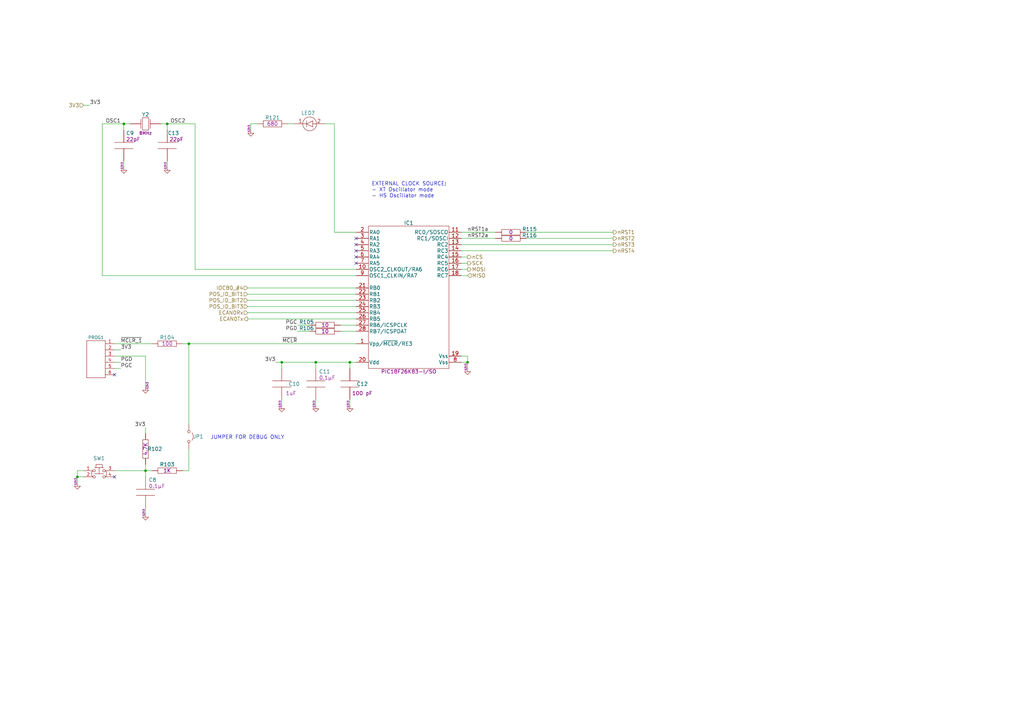
<source format=kicad_sch>
(kicad_sch (version 20230409) (generator eeschema)
  (paper "A3")
  (title_block (title "EOL ECU POWER CARD") (date "2023-04-03") (rev "0B") (company "ARXTRON TECHNOLOGIES") (comment 1 "A0180-V0") (comment 2 "PRJ22180") (comment 3 "EOL ECU RCM8 RCM9") (comment 4 "ANTON TOKARSKYI"))
  (lib_symbols
    (symbol "Capacitor_AVX:06035C104KAZ2A" (pin_numbers hide) (pin_names (offset 1.016))
      (property "Reference" "C" (at -5.08 1.27 90))
      (property "Nominal" "0.1µF" (at -2.54 1.27 90))
      (symbol "06035C104KAZ2A_0_1"
        (polyline (pts (xy -1.27 3.81) (xy -1.27 -3.81)))
        (polyline (pts (xy 1.27 3.81) (xy 1.27 -3.81)))
      )
      (symbol "06035C104KAZ2A_1_1"
        (pin passive line (at -6.35 0 0) (length 5.08) (name "~") (number "1"))
        (pin passive line (at 6.35 0 180) (length 5.08) (name "~") (number "2"))
      )
    )
    (symbol "Capacitor_AVX:08055A220JAT2A" (pin_numbers hide) (pin_names (offset 1.016))
      (property "Reference" "C" (at 0 5.08 0))
      (property "Nominal" "22pF" (at 0 -6.35 0))
      (symbol "08055A220JAT2A_0_1"
        (polyline (pts (xy -1.27 3.81) (xy -1.27 -3.81)))
        (polyline (pts (xy 1.27 3.81) (xy 1.27 -3.81)))
      )
      (symbol "08055A220JAT2A_1_1"
        (pin passive line (at -6.35 0 0) (length 5.08) (name "~") (number "1"))
        (pin passive line (at 6.35 0 180) (length 5.08) (name "~") (number "2"))
      )
    )
    (symbol "Capacitor_AVX:08055C105KAT2A" (pin_numbers hide) (pin_names (offset 1.016))
      (property "Reference" "C" (at 0 5.08 0))
      (property "Nominal" "1uF" (at 0 -6.35 0))
      (symbol "08055C105KAT2A_0_1"
        (polyline (pts (xy -1.27 3.81) (xy -1.27 -3.81)))
        (polyline (pts (xy 1.27 3.81) (xy 1.27 -3.81)))
      )
      (symbol "08055C105KAT2A_1_1"
        (pin passive line (at -6.35 0 0) (length 5.08) (name "~") (number "1"))
        (pin passive line (at 6.35 0 180) (length 5.08) (name "~") (number "2"))
      )
    )
    (symbol "Capacitor_KEMET:C0805C101K5RACTU" (pin_numbers hide) (pin_names (offset 1.016))
      (property "Reference" "C" (at 0 5.08 0))
      (property "Nominal" "100 pF" (at 0 -6.35 0))
      (symbol "C0805C101K5RACTU_0_1"
        (polyline (pts (xy -1.27 3.81) (xy -1.27 -3.81)))
        (polyline (pts (xy 1.27 3.81) (xy 1.27 -3.81)))
      )
      (symbol "C0805C101K5RACTU_1_1"
        (pin passive line (at -6.35 0 0) (length 5.08) (name "~") (number "1"))
        (pin passive line (at 6.35 0 180) (length 5.08) (name "~") (number "2"))
      )
    )
    (symbol "Connector_Samtec:SSW-106-02-G-S" (pin_names (offset 1.016) hide)
      (property "Reference" "P" (at 1.27 7.62 0))
      (property "ManufacturerPartNumber" "SSW-106-02-G-S" (at 3.81 -10.16 0))
      (symbol "SSW-106-02-G-S_1_1"
        (rectangle (start 0 6.35) (end 7.62 -8.89))
        (pin passive line (at -3.81 5.08 0) (length 3.81) (name "Pin_1") (number "1"))
        (pin passive line (at -3.81 2.54 0) (length 3.81) (name "Pin_2") (number "2"))
        (pin passive line (at -3.81 0 0) (length 3.81) (name "Pin_3") (number "3"))
        (pin passive line (at -3.81 -2.54 0) (length 3.81) (name "Pin_4") (number "4"))
        (pin passive line (at -3.81 -5.08 0) (length 3.81) (name "Pin_5") (number "5"))
        (pin passive line (at -3.81 -7.62 0) (length 3.81) (name "Pin_6") (number "6"))
      )
    )
    (symbol "Connector_Wurth:61300211121" (pin_numbers hide) (pin_names (offset 1.016) hide)
      (property "Reference" "JP" (at 0 3.175 0))
      (symbol "61300211121_1_0"
        (circle (center -2.032 0) (radius 0.508))
        (circle (center 2.032 0) (radius 0.508))
      )
      (symbol "61300211121_1_1"
        (arc (start 1.524 1.27) (mid 0 1.778) (end -1.524 1.27))
        (pin passive line (at -5.08 0 0) (length 2.54) (name "A") (number "1"))
        (pin passive line (at 5.08 0 180) (length 2.54) (name "B") (number "2"))
      )
    )
    (symbol "Dialight:597-3308-202F" (pin_names (offset 1.016) hide)
      (property "Reference" "DS" (at 0 4.445 0))
      (symbol "597-3308-202F_0_1"
        (polyline (pts (xy 1.27 1.27) (xy 1.27 -1.27)))
        (polyline (pts (xy -1.27 1.27) (xy -1.27 -1.27) (xy 1.27 0) (xy -1.27 1.27)))
        (circle (center 0 0) (radius 2.8448))
      )
      (symbol "597-3308-202F_1_1"
        (pin passive line (at 6.35 0 180) (length 5.08) (name "+") (number "1"))
        (pin passive line (at -6.35 0 0) (length 5.08) (name "-") (number "2"))
      )
    )
    (symbol "E-Switch:TL3305AF260QG" (pin_names (offset 1.016) hide)
      (property "Reference" "SW" (at 0 5.08 0))
      (property "ManufacturerPartNumber" "TL3305AF260QG" (at 0 -3.81 0))
      (symbol "TL3305AF260QG_0_1"
        (polyline (pts (xy 0 2.54) (xy 0 0)))
        (polyline (pts (xy -1.27 2.54) (xy -1.27 3.81) (xy 1.27 3.81) (xy 1.27 2.54)))
      )
      (symbol "TL3305AF260QG_1_1"
        (circle (center -2.032 -1.27) (radius 0.508))
        (circle (center -2.032 1.27) (radius 0.508))
        (polyline (pts (xy 1.905 0) (xy -1.905 0)))
        (polyline (pts (xy 1.905 2.54) (xy -1.905 2.54)))
        (polyline (pts (xy -2.54 1.27) (xy -3.048 0.762) (xy -3.048 -0.762) (xy -2.54 -1.27)))
        (polyline (pts (xy 2.54 1.27) (xy 3.048 0.762) (xy 3.048 -0.762) (xy 2.54 -1.27)))
        (circle (center 2.032 -1.27) (radius 0.508))
        (circle (center 2.032 1.27) (radius 0.508))
        (pin passive line (at -6.35 1.27 0) (length 3.81) (name "1") (number "1"))
        (pin passive line (at -6.35 -1.27 0) (length 3.81) (name "2") (number "2"))
        (pin passive line (at 6.35 1.27 180) (length 3.81) (name "3") (number "3"))
        (pin passive line (at 6.35 -1.27 180) (length 3.81) (name "4") (number "4"))
      )
    )
    (symbol "ESC_Inc:ECS-80-20-5PX-TR" (pin_numbers hide) (pin_names (offset 1.016))
      (property "Reference" "Y" (at 0 4.445 0))
      (property "Frequency" "8MHz" (at 0 -4.445 0))
      (symbol "ECS-80-20-5PX-TR_0_1"
        (rectangle (start -1.27 2.54) (end 1.27 -2.54))
        (polyline (pts (xy -1.905 1.905) (xy -1.905 -1.905)))
        (polyline (pts (xy 1.905 1.905) (xy 1.905 -1.905)))
      )
      (symbol "ECS-80-20-5PX-TR_1_1"
        (pin passive line (at -6.35 0 0) (length 4.445) (name "~") (number "1"))
        (pin passive line (at 6.35 0 180) (length 4.445) (name "~") (number "2"))
      )
    )
    (symbol "Microchip:PIC18F26K83-I_SO" (pin_names (offset 0.254))
      (property "Reference" "IC" (at 0 33.02 0))
      (property "ManufacturerPartNumber" "PIC18F26K83-I/SO" (at 0 -30.48 0))
      (symbol "PIC18F26K83-I_SO_0_1"
        (rectangle (start -16.51 30.48) (end 16.51 -27.94))
      )
      (symbol "PIC18F26K83-I_SO_1_1"
        (pin input line (at -21.59 -17.78 0) (length 5.08) (name "Vpp/~{MCLR}/RE3") (number "1"))
        (pin bidirectional line (at -21.59 12.7 0) (length 5.08) (name "OSC2_CLKOUT/RA6") (number "10"))
        (pin bidirectional line (at 21.59 27.94 180) (length 5.08) (name "RC0/SOSCO") (number "11"))
        (pin bidirectional line (at 21.59 25.4 180) (length 5.08) (name "RC1/SOSCI") (number "12"))
        (pin bidirectional line (at 21.59 22.86 180) (length 5.08) (name "RC2") (number "13"))
        (pin bidirectional line (at 21.59 20.32 180) (length 5.08) (name "RC3") (number "14"))
        (pin bidirectional line (at 21.59 17.78 180) (length 5.08) (name "RC4") (number "15"))
        (pin bidirectional line (at 21.59 15.24 180) (length 5.08) (name "RC5") (number "16"))
        (pin bidirectional line (at 21.59 12.7 180) (length 5.08) (name "RC6") (number "17"))
        (pin bidirectional line (at 21.59 10.16 180) (length 5.08) (name "RC7") (number "18"))
        (pin passive line (at 21.59 -22.86 180) (length 5.08) (name "Vss") (number "19"))
        (pin bidirectional line (at -21.59 27.94 0) (length 5.08) (name "RA0") (number "2"))
        (pin passive line (at -21.59 -25.4 0) (length 5.08) (name "Vdd") (number "20"))
        (pin bidirectional line (at -21.59 5.08 0) (length 5.08) (name "RB0") (number "21"))
        (pin bidirectional line (at -21.59 2.54 0) (length 5.08) (name "RB1") (number "22"))
        (pin bidirectional line (at -21.59 0 0) (length 5.08) (name "RB2") (number "23"))
        (pin bidirectional line (at -21.59 -2.54 0) (length 5.08) (name "RB3") (number "24"))
        (pin bidirectional line (at -21.59 -5.08 0) (length 5.08) (name "RB4") (number "25"))
        (pin bidirectional line (at -21.59 -7.62 0) (length 5.08) (name "RB5") (number "26"))
        (pin bidirectional line (at -21.59 -10.16 0) (length 5.08) (name "RB6/ICSPCLK") (number "27"))
        (pin bidirectional line (at -21.59 -12.7 0) (length 5.08) (name "RB7/ICSPDAT") (number "28"))
        (pin bidirectional line (at -21.59 25.4 0) (length 5.08) (name "RA1") (number "3"))
        (pin bidirectional line (at -21.59 22.86 0) (length 5.08) (name "RA2") (number "4"))
        (pin bidirectional line (at -21.59 20.32 0) (length 5.08) (name "RA3") (number "5"))
        (pin bidirectional line (at -21.59 17.78 0) (length 5.08) (name "RA4") (number "6"))
        (pin bidirectional line (at -21.59 15.24 0) (length 5.08) (name "RA5") (number "7"))
        (pin passive line (at 21.59 -25.4 180) (length 5.08) (name "Vss") (number "8"))
        (pin bidirectional line (at -21.59 10.16 0) (length 5.08) (name "OSC1_CLKIN/RA7") (number "9"))
      )
    )
    (symbol "Resistor_Stackpole:RMCF0805JT680R" (pin_numbers hide) (pin_names (offset 1.016))
      (property "Reference" "R" (at 0 2.54 0))
      (property "Nominal" "680" (at 0 0 0))
      (symbol "RMCF0805JT680R_0_1"
        (polyline (pts (xy -3.81 1.27) (xy 3.81 1.27) (xy 3.81 -1.27) (xy -3.81 -1.27) (xy -3.81 1.27)))
      )
      (symbol "RMCF0805JT680R_1_1"
        (pin passive line (at -6.35 0 0) (length 2.54) (name "~") (number "1"))
        (pin passive line (at 6.35 0 180) (length 2.54) (name "~") (number "2"))
      )
    )
    (symbol "Resistor_Yageo:RC0603FR-071KL" (pin_numbers hide) (pin_names (offset 1.016))
      (property "Reference" "R" (at 0 2.54 0))
      (property "Nominal" "1K" (at 0 0 0))
      (symbol "RC0603FR-071KL_1_1"
        (polyline (pts (xy -3.81 1.143) (xy 3.81 1.143) (xy 3.81 -1.143) (xy -3.81 -1.143) (xy -3.81 1.143)))
        (pin passive line (at -6.35 0 0) (length 2.54) (name "~") (number "1"))
        (pin passive line (at 6.35 0 180) (length 2.54) (name "~") (number "2"))
      )
    )
    (symbol "Resistor_Yageo:RC0603FR-074K7L" (pin_numbers hide) (pin_names (offset 1.016))
      (property "Reference" "R" (at 0 2.54 0))
      (property "Nominal" "4.7K" (at 0 0 0))
      (symbol "RC0603FR-074K7L_1_1"
        (polyline (pts (xy -3.81 1.143) (xy 3.81 1.143) (xy 3.81 -1.143) (xy -3.81 -1.143) (xy -3.81 1.143)))
        (pin passive line (at -6.35 0 0) (length 2.54) (name "~") (number "1"))
        (pin passive line (at 6.35 0 180) (length 2.54) (name "~") (number "2"))
      )
    )
    (symbol "Resistor_Yageo:RC0603JR-070RL" (pin_numbers hide) (pin_names (offset 1.016))
      (property "Reference" "R" (at 0 2.54 0))
      (property "Nominal" "0" (at 0 0 0))
      (symbol "RC0603JR-070RL_1_1"
        (polyline (pts (xy -3.81 1.143) (xy 3.81 1.143) (xy 3.81 -1.143) (xy -3.81 -1.143) (xy -3.81 1.143)))
        (pin passive line (at -6.35 0 0) (length 2.54) (name "~") (number "1"))
        (pin passive line (at 6.35 0 180) (length 2.54) (name "~") (number "2"))
      )
    )
    (symbol "Resistor_Yageo:RC0805FR-07100RL" (pin_numbers hide) (pin_names (offset 1.016))
      (property "Reference" "R" (at 0 2.54 0))
      (property "Nominal" "100" (at 0 0 0))
      (symbol "RC0805FR-07100RL_1_1"
        (polyline (pts (xy -3.81 1.143) (xy 3.81 1.143) (xy 3.81 -1.143) (xy -3.81 -1.143) (xy -3.81 1.143)))
        (pin passive line (at -6.35 0 0) (length 2.54) (name "~") (number "1"))
        (pin passive line (at 6.35 0 180) (length 2.54) (name "~") (number "2"))
      )
    )
    (symbol "Resistor_Yageo:RC0805FR-0710RL" (pin_numbers hide) (pin_names (offset 1.016))
      (property "Reference" "R" (at 0 2.54 0))
      (property "Nominal" "10" (at 0 0 0))
      (symbol "RC0805FR-0710RL_1_1"
        (polyline (pts (xy -3.81 1.143) (xy 3.81 1.143) (xy 3.81 -1.143) (xy -3.81 -1.143) (xy -3.81 1.143)))
        (pin passive line (at -6.35 0 0) (length 2.54) (name "~") (number "1"))
        (pin passive line (at 6.35 0 180) (length 2.54) (name "~") (number "2"))
      )
    )
    (symbol "_power_symbol:GND_3V3" (power) (pin_names (offset 0))
      (property "ShortName" "G3V3" (at -0.762 0.635 90))
      (symbol "GND_3V3_0_1"
        (polyline (pts (xy 0 0) (xy 0 -1.27) (xy 1.27 -1.27) (xy 0 -2.54) (xy -1.27 -1.27) (xy 0 -1.27)))
      )
      (symbol "GND_3V3_1_1"
        (pin power_in line (at 0 0 270) (length 0) hide (name "GNDD") (number "1"))
      )
    )
  )
  (junction (at 143.51 148.59))
  (junction (at 129.54 148.59))
  (junction (at 115.57 148.59))
  (junction (at 191.77 148.59))
  (junction (at 31.75 195.58))
  (junction (at 50.8 50.8))
  (junction (at 68.58 50.8))
  (junction (at 77.47 140.97))
  (junction (at 59.69 193.04))
  (no_connect (at 146.05 97.79))
  (no_connect (at 146.05 100.33))
  (no_connect (at 146.05 105.41))
  (no_connect (at 146.05 102.87))
  (no_connect (at 46.99 195.58))
  (no_connect (at 46.99 153.67))
  (no_connect (at 146.05 107.95))
  (wire (pts (xy 139.7 133.35) (xy 146.05 133.35)))
  (wire (pts (xy 59.69 190.5) (xy 59.69 193.04)))
  (wire (pts (xy 215.9 95.25) (xy 251.46 95.25)))
  (wire (pts (xy 189.23 95.25) (xy 203.2 95.25)))
  (wire (pts (xy 49.53 148.59) (xy 46.99 148.59)))
  (wire (pts (xy 46.99 193.04) (xy 59.69 193.04)))
  (wire (pts (xy 191.77 105.41) (xy 189.23 105.41)))
  (wire (pts (xy 146.05 120.65) (xy 101.6 120.65)))
  (wire (pts (xy 137.16 50.8) (xy 137.16 95.25)))
  (wire (pts (xy 115.57 166.37) (xy 115.57 163.83)))
  (wire (pts (xy 77.47 193.04) (xy 77.47 184.15)))
  (wire (pts (xy 50.8 50.8) (xy 53.34 50.8)))
  (wire (pts (xy 189.23 107.95) (xy 191.77 107.95)))
  (wire (pts (xy 68.58 53.34) (xy 68.58 50.8)))
  (wire (pts (xy 143.51 151.13) (xy 143.51 148.59)))
  (wire (pts (xy 34.29 195.58) (xy 31.75 195.58)))
  (wire (pts (xy 129.54 148.59) (xy 143.51 148.59)))
  (wire (pts (xy 191.77 148.59) (xy 189.23 148.59)))
  (wire (pts (xy 50.8 53.34) (xy 50.8 50.8)))
  (wire (pts (xy 133.35 50.8) (xy 137.16 50.8)))
  (wire (pts (xy 80.01 50.8) (xy 80.01 110.49)))
  (wire (pts (xy 101.6 128.27) (xy 146.05 128.27)))
  (wire (pts (xy 66.04 50.8) (xy 68.58 50.8)))
  (wire (pts (xy 31.75 195.58) (xy 31.75 193.04)))
  (wire (pts (xy 36.83 43.18) (xy 34.29 43.18)))
  (wire (pts (xy 101.6 130.81) (xy 146.05 130.81)))
  (wire (pts (xy 115.57 148.59) (xy 129.54 148.59)))
  (wire (pts (xy 68.58 50.8) (xy 80.01 50.8)))
  (wire (pts (xy 46.99 140.97) (xy 62.23 140.97)))
  (wire (pts (xy 189.23 146.05) (xy 191.77 146.05)))
  (wire (pts (xy 105.41 50.8) (xy 102.87 50.8)))
  (wire (pts (xy 41.91 50.8) (xy 50.8 50.8)))
  (wire (pts (xy 31.75 193.04) (xy 34.29 193.04)))
  (wire (pts (xy 41.91 50.8) (xy 41.91 113.03)))
  (wire (pts (xy 143.51 166.37) (xy 143.51 163.83)))
  (wire (pts (xy 31.75 198.12) (xy 31.75 195.58)))
  (wire (pts (xy 127 133.35) (xy 121.92 133.35)))
  (wire (pts (xy 215.9 97.79) (xy 251.46 97.79)))
  (wire (pts (xy 74.93 140.97) (xy 77.47 140.97)))
  (wire (pts (xy 59.69 146.05) (xy 59.69 158.75)))
  (wire (pts (xy 146.05 125.73) (xy 101.6 125.73)))
  (wire (pts (xy 191.77 148.59) (xy 191.77 151.13)))
  (wire (pts (xy 129.54 151.13) (xy 129.54 148.59)))
  (wire (pts (xy 189.23 102.87) (xy 251.46 102.87)))
  (wire (pts (xy 115.57 148.59) (xy 115.57 151.13)))
  (wire (pts (xy 59.69 208.28) (xy 59.69 210.82)))
  (wire (pts (xy 191.77 146.05) (xy 191.77 148.59)))
  (wire (pts (xy 121.92 135.89) (xy 127 135.89)))
  (wire (pts (xy 146.05 95.25) (xy 137.16 95.25)))
  (wire (pts (xy 189.23 113.03) (xy 191.77 113.03)))
  (wire (pts (xy 113.03 148.59) (xy 115.57 148.59)))
  (wire (pts (xy 191.77 110.49) (xy 189.23 110.49)))
  (wire (pts (xy 146.05 123.19) (xy 101.6 123.19)))
  (wire (pts (xy 41.91 113.03) (xy 146.05 113.03)))
  (wire (pts (xy 74.93 193.04) (xy 77.47 193.04)))
  (wire (pts (xy 50.8 66.04) (xy 50.8 68.58)))
  (wire (pts (xy 139.7 135.89) (xy 146.05 135.89)))
  (wire (pts (xy 120.65 50.8) (xy 118.11 50.8)))
  (wire (pts (xy 102.87 53.34) (xy 102.87 50.8)))
  (wire (pts (xy 59.69 175.26) (xy 59.69 177.8)))
  (wire (pts (xy 189.23 97.79) (xy 203.2 97.79)))
  (wire (pts (xy 59.69 193.04) (xy 62.23 193.04)))
  (wire (pts (xy 77.47 140.97) (xy 146.05 140.97)))
  (wire (pts (xy 46.99 151.13) (xy 49.53 151.13)))
  (wire (pts (xy 146.05 148.59) (xy 143.51 148.59)))
  (wire (pts (xy 59.69 193.04) (xy 59.69 195.58)))
  (wire (pts (xy 49.53 143.51) (xy 46.99 143.51)))
  (wire (pts (xy 101.6 118.11) (xy 146.05 118.11)))
  (wire (pts (xy 77.47 173.99) (xy 77.47 140.97)))
  (wire (pts (xy 80.01 110.49) (xy 146.05 110.49)))
  (wire (pts (xy 59.69 146.05) (xy 46.99 146.05)))
  (wire (pts (xy 68.58 66.04) (xy 68.58 68.58)))
  (wire (pts (xy 189.23 100.33) (xy 251.46 100.33)))
  (wire (pts (xy 129.54 163.83) (xy 129.54 166.37)))
  (text "EXTERNAL CLOCK SOURCE:\n- XT Oscillator mode\n- HS Oscillator mode" (at 152.4 81.28 0) (effects (font (size 1.524 1.524)) (justify left bottom)))
  (text "JUMPER FOR DEBUG ONLY" (at 86.36 180.34 0) (effects (font (size 1.524 1.524)) (justify left bottom)))
  (text "TODO:\n\nPROG_CONNECTOR, 6 PIN, LOCATION, CABLING, EXPOSED VS NOT EXPOSED\nRESET BUTTON\nSOCKET FOR PIC\n\nRJ-12 CONNECTOR FOR ICD2, ICD3 FROM MICROCHIP\n\n\nto protect signal lines (rx232rxd, rs232txd, cpu_reset, can_h, can_l, ...) PESD5V0L2BT,215 TVS DIODE 5V 28V SOT23\n\nPOSITION ID BASED ON SLOT (WIRING WOULD BE DONE ON BACK PLANE AS WELL)\n\nadd series resistor for quartz pin goes to OSC2/CLKOUT, value?\n\n" (at 5.08 -10.16 0) (effects (font (size 3.048 3.048)) (justify left bottom)))
  (label "nRST2a" (at 191.77 97.79 0) (effects (font (size 1.524 1.524))))
  (label "3V3" (at 113.03 148.59 180) (effects (font (size 1.524 1.524))))
  (label "3V3" (at 49.53 143.51 0) (effects (font (size 1.524 1.524))))
  (label "~{MCLR_1}" (at 49.53 140.97 0) (effects (font (size 1.524 1.524))))
  (label "3V3" (at 59.69 175.26 180) (effects (font (size 1.524 1.524))))
  (label "3V3" (at 36.83 43.18 0) (effects (font (size 1.524 1.524))))
  (label "OSC2" (at 69.85 50.8 0) (effects (font (size 1.524 1.524))))
  (label "~{MCLR}" (at 121.92 140.97 180) (effects (font (size 1.524 1.524))))
  (label "PGD" (at 121.92 135.89 180) (effects (font (size 1.524 1.524))))
  (label "PGD" (at 49.53 148.59 0) (effects (font (size 1.524 1.524))))
  (label "PGC" (at 121.92 133.35 180) (effects (font (size 1.524 1.524))))
  (label "PGC" (at 49.53 151.13 0) (effects (font (size 1.524 1.524))))
  (label "OSC1" (at 49.53 50.8 180) (effects (font (size 1.524 1.524))))
  (label "nRST1a" (at 191.77 95.25 0) (effects (font (size 1.524 1.524))))
  (hierarchical_label "nCS" (shape output) (at 191.77 105.41 0) (effects (font (size 1.524 1.524))))
  (hierarchical_label "ECAN0Rx" (shape input) (at 101.6 128.27 180) (effects (font (size 1.524 1.524))))
  (hierarchical_label "MISO" (shape input) (at 191.77 113.03 0) (effects (font (size 1.524 1.524))))
  (hierarchical_label "POS_ID_BIT1" (shape input) (at 101.6 120.65 180) (effects (font (size 1.524 1.524))))
  (hierarchical_label "POS_ID_BIT2" (shape input) (at 101.6 123.19 180) (effects (font (size 1.524 1.524))))
  (hierarchical_label "MOSI" (shape output) (at 191.77 110.49 0) (effects (font (size 1.524 1.524))))
  (hierarchical_label "nRST1" (shape output) (at 251.46 95.25 0) (effects (font (size 1.524 1.524))))
  (hierarchical_label "nRST3" (shape output) (at 251.46 100.33 0) (effects (font (size 1.524 1.524))))
  (hierarchical_label "POS_ID_BIT3" (shape input) (at 101.6 125.73 180) (effects (font (size 1.524 1.524))))
  (hierarchical_label "nRST2" (shape output) (at 251.46 97.79 0) (effects (font (size 1.524 1.524))))
  (hierarchical_label "IOCB0_#4" (shape input) (at 101.6 118.11 180) (effects (font (size 1.524 1.524))))
  (hierarchical_label "ECAN0Tx" (shape output) (at 101.6 130.81 180) (effects (font (size 1.524 1.524))))
  (hierarchical_label "3V3" (shape input) (at 34.29 43.18 180) (effects (font (size 1.524 1.524))))
  (hierarchical_label "SCK" (shape output) (at 191.77 107.95 0) (effects (font (size 1.524 1.524))))
  (hierarchical_label "nRST4" (shape output) (at 251.46 102.87 0) (effects (font (size 1.524 1.524))))
  (symbol (lib_id "Resistor_Yageo:RC0805FR-0710RL") (at 133.35 133.35 0) (unit 1)
    (property "Reference" "R105" (at 125.73 132.08 0) (effects (font (size 1.524 1.524))))
    (property "Value" "RC0805FR-0710RL" (effects hide))
    (property "Footprint" "Resistor_Yageo_RC:RESC2012X65N" (effects hide))
    (property "Manufacturer" "Yageo" (effects hide))
    (property "Tolerance" "1%" (effects hide))
    (property "Nominal" "10" (at 133.35 133.35 0) (effects (font (size 1.524 1.524))))
    (property "Power" "1/8W" (effects hide))
    (property "Supplier" "Digi-Key" (effects hide))
    (property "ManufacturerPartNumber" "RC0805FR-0710RL" (effects hide))
    (property "SupplierDevicePackage" "R0805" (effects hide))
    (property "SupllierPartNumber" "311-10.0CRCT-ND" (effects hide))
    (property "Description" "RES SMD 10 OHM 1% 1/8W 0805" (effects hide))
    (property "SupplierPartNumber" "311-10.0CRCT-ND" (effects hide))
  )
  (symbol (lib_id "Resistor_Yageo:RC0805FR-0710RL") (at 133.35 135.89 0) (unit 1)
    (property "Reference" "R106" (at 125.73 134.62 0) (effects (font (size 1.524 1.524))))
    (property "Value" "RC0805FR-0710RL" (effects hide))
    (property "Footprint" "Resistor_Yageo_RC:RESC2012X65N" (effects hide))
    (property "Manufacturer" "Yageo" (effects hide))
    (property "Tolerance" "1%" (effects hide))
    (property "Nominal" "10" (at 133.35 135.89 0) (effects (font (size 1.524 1.524))))
    (property "Power" "1/8W" (effects hide))
    (property "Supplier" "Digi-Key" (effects hide))
    (property "ManufacturerPartNumber" "RC0805FR-0710RL" (effects hide))
    (property "SupplierDevicePackage" "R0805" (effects hide))
    (property "SupllierPartNumber" "311-10.0CRCT-ND" (effects hide))
    (property "Description" "RES SMD 10 OHM 1% 1/8W 0805" (effects hide))
    (property "SupplierPartNumber" "311-10.0CRCT-ND" (effects hide))
  )
  (symbol (lib_id "_power_symbol:GND_3V3") (at 191.77 151.13 0) (unit 1)
    (property "Reference" "#PWR029" (effects hide))
    (property "Value" "GNDD" (effects hide))
    (property "ShortName" "G3V3" (at 191.008 150.495 90) (effects (font (size 0.762 0.762))))
  )
  (symbol (lib_id "_power_symbol:GND_3V3") (at 59.69 158.75 0) (mirror y) (unit 1)
    (property "Reference" "#PWR024" (effects hide))
    (property "Value" "GNDD" (effects hide))
    (property "ShortName" "G3V3" (at 60.452 158.115 90) (effects (font (size 0.762 0.762))))
  )
  (symbol (lib_id "ESC_Inc:ECS-80-20-5PX-TR") (at 59.69 50.8 0) (unit 1)
    (property "Reference" "Y2" (at 59.69 46.99 0) (effects (font (size 1.524 1.524))))
    (property "Value" "ECS-80-20-5PX-TR" (effects hide))
    (property "Footprint" "_ECS:XTAL1140X470X430" (effects hide))
    (property "Manufacturer" "ECS Inc." (effects hide))
    (property "Tolerance" "±50ppm" (effects hide))
    (property "Supplier" "Digi-Key" (effects hide))
    (property "ManufacturerPartNumber" "ECS-80-20-5PX-TR" (effects hide))
    (property "SupplierDevicePackage" "HC-49/US" (effects hide))
    (property "SupllierPartNumber" "XC2076CT-ND" (effects hide))
    (property "Description" "CRYSTAL 8.0000MHZ 20PF SMD" (effects hide))
    (property "Frequency" "8MHz" (at 59.69 54.61 0))
    (property "SupplierPartNumber" "XC2076CT-ND" (effects hide))
  )
  (symbol (lib_id "_power_symbol:GND_3V3") (at 50.8 68.58 0) (unit 1)
    (property "Reference" "#PWR035" (effects hide))
    (property "Value" "GNDD" (effects hide))
    (property "ShortName" "G3V3" (at 50.038 67.945 90) (effects (font (size 0.762 0.762))))
  )
  (symbol (lib_id "_power_symbol:GND_3V3") (at 68.58 68.58 0) (unit 1)
    (property "Reference" "#PWR036" (effects hide))
    (property "Value" "GNDD" (effects hide))
    (property "ShortName" "G3V3" (at 67.818 67.945 90) (effects (font (size 0.762 0.762))))
  )
  (symbol (lib_id "E-Switch:TL3305AF260QG") (at 40.64 194.31 0) (unit 1)
    (property "Reference" "SW1" (at 40.64 187.96 0) (effects (font (size 1.524 1.524))))
    (property "Value" "TL3305AF260QG" (effects hide))
    (property "Footprint" "_ESwitch:ESWITCH_TL3305AF260QG" (effects hide))
    (property "Supplier" "Digi-Key" (effects hide))
    (property "ManufacturerPartNumber" "TL3305AF260QG" (effects hide))
    (property "Manufacturer" "E-Switch" (effects hide))
    (property "Description" "SWITCH TACTILE SPST-NO 50MA 12V" (effects hide))
    (property "SupplierPartNumber" "EG5353TR-ND" (effects hide))
  )
  (symbol (lib_id "Resistor_Yageo:RC0805FR-07100RL") (at 68.58 140.97 0) (unit 1)
    (property "Reference" "R104" (at 68.58 138.43 0) (effects (font (size 1.524 1.524))))
    (property "Value" "RC0805FR-07100RL" (effects hide))
    (property "Footprint" "Resistor_Yageo_RC:RESC2012X65N" (effects hide))
    (property "Manufacturer" "Yageo" (effects hide))
    (property "Tolerance" "1%" (effects hide))
    (property "Nominal" "100" (at 68.58 140.97 0) (effects (font (size 1.524 1.524))))
    (property "Power" "1/8W" (effects hide))
    (property "Supplier" "Digi-Key" (effects hide))
    (property "ManufacturerPartNumber" "RC0805FR-07100RL" (effects hide))
    (property "SupplierDevicePackage" "R0805" (effects hide))
    (property "SupllierPartNumber" "311-100CRCT-ND" (effects hide))
    (property "Description" "RES SMD 100 OHM 1% 1/8W 0805" (effects hide))
    (property "SupplierPartNumber" "311-100CRCT-ND" (effects hide))
  )
  (symbol (lib_id "Resistor_Yageo:RC0603FR-074K7L") (at 59.69 184.15 270) (mirror x) (unit 1)
    (property "Reference" "R102" (at 63.5 184.15 90) (effects (font (size 1.524 1.524))))
    (property "Value" "RC0603FR-074K7L" (effects hide))
    (property "Footprint" "Resistor_Yageo_RC:RESC1608X65N" (effects hide))
    (property "SupplierDevicePackage" "R0603" (effects hide))
    (property "ManufacturerPartNumber" "RC0603FR-074K7L" (effects hide))
    (property "SupllierPartNumber" "311-4.7KARCT-ND" (effects hide))
    (property "Supplier" "Digi-Key" (effects hide))
    (property "Power" "1/10W" (effects hide))
    (property "Nominal" "4.7K" (at 59.69 184.15 0) (effects (font (size 1.524 1.524))))
    (property "Manufacturer" "Yageo" (effects hide))
    (property "Tolerance" "5%" (effects hide))
    (property "Description" "RES SMD 4.7K OHM 1% 1/10W 0603" (effects hide))
    (property "SupplierPartNumber" "311-4.70KHRTR-ND" (effects hide))
  )
  (symbol (lib_id "Microchip:PIC18F26K83-I_SO") (at 167.64 123.19 0) (unit 1)
    (property "Reference" "IC1" (at 167.64 91.44 0) (effects (font (size 1.524 1.524))))
    (property "Value" "PIC18F26K83-I_SO" (effects hide))
    (property "Footprint" "_Microchip:SOIC28P127_1786X1034X264L83X43N" (effects hide))
    (property "Datasheet" "http://ww1.microchip.com/downloads/en/DeviceDoc/40001943A.pdf" (effects hide))
    (property "Description" "IC MCU 8BIT 64KB FLASH 28SOIC" (effects hide))
    (property "ManufacturerPartNumber" "PIC18F26K83-I/SO" (at 167.64 152.4 0) (effects (font (size 1.524 1.524))))
    (property "Manufacturer" "Microchip Technology" (effects hide))
    (property "SupllierPartNumber" "PIC18F26K83-I/SO-ND" (effects hide))
    (property "Supplier" "Digi-Key" (effects hide))
    (property "SupplierDevicePackage" "28-SOIC (0.295mil 7.50mm Width)" (effects hide))
    (property "SupplierPartNumber" "PIC18F26K83-I/SO-ND" (effects hide))
  )
  (symbol (lib_id "_power_symbol:GND_3V3") (at 31.75 198.12 0) (unit 1)
    (property "Reference" "#PWR021" (effects hide))
    (property "Value" "GNDD" (effects hide))
    (property "ShortName" "G3V3" (at 30.988 197.485 90) (effects (font (size 0.762 0.762))))
  )
  (symbol (lib_id "Capacitor_AVX:06035C104KAZ2A") (at 129.54 157.48 270) (unit 1)
    (property "Reference" "C11" (at 130.81 152.4 90) (effects (font (size 1.524 1.524)) (justify left)))
    (property "Value" "06035C104KAZ2A" (effects hide))
    (property "Footprint" "Capacitor_AVX:CAPC1608X90N" (effects hide))
    (property "Tolerance" "±10%" (effects hide))
    (property "Nominal" "0.1µF" (at 130.81 154.94 90) (effects (font (size 1.524 1.524)) (justify left)))
    (property "SupplierDevicePackage" "C0603" (effects hide))
    (property "Voltage" "50V" (effects hide))
    (property "SupllierPartNumber" "478-3352-1-ND" (effects hide))
    (property "Supplier" "Digi-Key" (effects hide))
    (property "ManufacturerPartNumber" "06035C104KAZ2A" (effects hide))
    (property "Manufacturer" "AVX Corporation" (effects hide))
    (property "Type" "X7R" (effects hide))
    (property "Description" "CAP CER 0.1UF 50V X7R 0603" (effects hide))
    (property "SupplierPartNumber" "478-3540-1-ND" (effects hide))
  )
  (symbol (lib_id "_power_symbol:GND_3V3") (at 129.54 166.37 0) (unit 1)
    (property "Reference" "#PWR027" (effects hide))
    (property "Value" "GNDD" (effects hide))
    (property "ShortName" "G3V3" (at 128.778 165.735 90) (effects (font (size 0.762 0.762))))
  )
  (symbol (lib_id "_power_symbol:GND_3V3") (at 143.51 166.37 0) (unit 1)
    (property "Reference" "#PWR028" (effects hide))
    (property "Value" "GNDD" (effects hide))
    (property "ShortName" "G3V3" (at 142.748 165.735 90) (effects (font (size 0.762 0.762))))
  )
  (symbol (lib_id "Capacitor_AVX:06035C104KAZ2A") (at 59.69 201.93 270) (unit 1)
    (property "Reference" "C8" (at 60.96 196.85 90) (effects (font (size 1.524 1.524)) (justify left)))
    (property "Value" "06035C104KAZ2A" (effects hide))
    (property "Footprint" "Capacitor_AVX:CAPC1608X90N" (effects hide))
    (property "Tolerance" "±10%" (effects hide))
    (property "Nominal" "0.1µF" (at 60.96 199.39 90) (effects (font (size 1.524 1.524)) (justify left)))
    (property "SupplierDevicePackage" "C0603" (effects hide))
    (property "Voltage" "50V" (effects hide))
    (property "SupllierPartNumber" "478-3352-1-ND" (effects hide))
    (property "Supplier" "Digi-Key" (effects hide))
    (property "ManufacturerPartNumber" "06035C104KAZ2A" (effects hide))
    (property "Manufacturer" "AVX Corporation" (effects hide))
    (property "Type" "X7R" (effects hide))
    (property "Description" "CAP CER 0.1UF 50V X7R 0603" (effects hide))
    (property "SupplierPartNumber" "478-3540-1-ND" (effects hide))
  )
  (symbol (lib_id "_power_symbol:GND_3V3") (at 59.69 210.82 0) (unit 1)
    (property "Reference" "#PWR023" (effects hide))
    (property "Value" "GNDD" (effects hide))
    (property "ShortName" "G3V3" (at 58.928 210.185 90) (effects (font (size 0.762 0.762))))
  )
  (symbol (lib_id "Capacitor_KEMET:C0805C101K5RACTU") (at 143.51 157.48 270) (unit 1)
    (property "Reference" "C12" (at 148.59 157.48 90) (effects (font (size 1.524 1.524))))
    (property "Value" "C0805C101K5RACTU" (effects hide))
    (property "Footprint" "Capacitor_KEMET_C0G:CAPC2012X120N" (effects hide))
    (property "Tolerance" "10%" (effects hide))
    (property "Nominal" "100 pF" (at 148.59 161.29 90) (effects (font (size 1.524 1.524))))
    (property "SupplierDevicePackage" "C0805" (effects hide))
    (property "Voltage" "50V" (effects hide))
    (property "SupllierPartNumber" "399-7981-1-ND" (effects hide))
    (property "Supplier" "Digi-Key" (effects hide))
    (property "ManufacturerPartNumber" "C0805C101K5RACTU" (effects hide))
    (property "Manufacturer" "KEMET" (effects hide))
    (property "Type" "X7R" (effects hide))
    (property "Description" "CAP CER 100PF 50V X7R 0805" (effects hide))
    (property "SupplierPartNumber" "399-7981-1-ND" (effects hide))
  )
  (symbol (lib_id "Resistor_Yageo:RC0603FR-071KL") (at 68.58 193.04 0) (unit 1)
    (property "Reference" "R103" (at 68.58 190.5 0) (effects (font (size 1.524 1.524))))
    (property "Value" "RC0603FR-071KL" (effects hide))
    (property "Footprint" "Resistor_Yageo_RC:RESC1608X65N" (effects hide))
    (property "SupplierDevicePackage" "R0603" (effects hide))
    (property "ManufacturerPartNumber" "RC0603FR-071KL" (effects hide))
    (property "SupllierPartNumber" "311-1.00KCRCT-ND" (effects hide))
    (property "Supplier" "Digi-Key" (effects hide))
    (property "Power" "1/10W" (effects hide))
    (property "Nominal" "1K" (at 68.58 193.04 0) (effects (font (size 1.524 1.524))))
    (property "Manufacturer" "Yageo" (effects hide))
    (property "Tolerance" "1%" (effects hide))
    (property "Description" "RES SMD 1K OHM 1% 1/10W 0603" (effects hide))
    (property "SupplierPartNumber" "311-1.00KHRTR-ND" (effects hide))
  )
  (symbol (lib_id "Capacitor_AVX:08055C105KAT2A") (at 115.57 157.48 270) (unit 1)
    (property "Reference" "C10" (at 120.65 157.48 90) (effects (font (size 1.524 1.524))))
    (property "Value" "08055C105KAT2A" (effects hide))
    (property "Footprint" "Capacitor_AVX:CAPC2012X94" (effects hide))
    (property "Tolerance" "10%" (effects hide))
    (property "Nominal" "1uF" (at 119.38 161.29 90) (effects (font (size 1.524 1.524))))
    (property "SupplierDevicePackage" "C0805" (effects hide))
    (property "Voltage" "50V" (effects hide))
    (property "SupllierPartNumber" "478-7956-1-ND" (effects hide))
    (property "Supplier" "Digi-Key" (effects hide))
    (property "ManufacturerPartNumber" "08055C105KAT2A" (effects hide))
    (property "Manufacturer" "AVX Corporation" (effects hide))
    (property "Type" "X7R" (effects hide))
    (property "Description" "CAP CER 1UF 50V X7R 0805" (effects hide))
    (property "SupplierPartNumber" "478-7956-1-ND" (effects hide))
  )
  (symbol (lib_id "_power_symbol:GND_3V3") (at 115.57 166.37 0) (unit 1)
    (property "Reference" "#PWR026" (effects hide))
    (property "Value" "GNDD" (effects hide))
    (property "ShortName" "G3V3" (at 114.808 165.735 90) (effects (font (size 0.762 0.762))))
  )
  (symbol (lib_id "Resistor_Yageo:RC0603JR-070RL") (at 209.55 97.79 0) (unit 1)
    (property "Reference" "R116" (at 217.17 96.52 0) (effects (font (size 1.524 1.524))))
    (property "Value" "RC0603JR-070RL" (effects hide))
    (property "Footprint" "Resistor_Yageo_RC:RESC1608X65N" (effects hide))
    (property "SupplierDevicePackage" "R0603" (effects hide))
    (property "ManufacturerPartNumber" "RC0603JR-070RL" (effects hide))
    (property "SupllierPartNumber" "311-0.0ARCT-ND" (effects hide))
    (property "Supplier" "Digi-Key" (effects hide))
    (property "Power" "1/10W" (effects hide))
    (property "Nominal" "0" (at 209.55 97.79 0) (effects (font (size 1.524 1.524))))
    (property "Manufacturer" "Yageo" (effects hide))
    (property "Description" "RES SMD 0.0OHM JUMPER 1/10W 0603" (effects hide))
    (property "SupplierPartNumber" "311-0.0GRCT-ND" (effects hide))
  )
  (symbol (lib_id "Resistor_Yageo:RC0603JR-070RL") (at 209.55 95.25 0) (unit 1)
    (property "Reference" "R115" (at 217.17 93.98 0) (effects (font (size 1.524 1.524))))
    (property "Value" "RC0603JR-070RL" (effects hide))
    (property "Footprint" "Resistor_Yageo_RC:RESC1608X65N" (effects hide))
    (property "SupplierDevicePackage" "R0603" (effects hide))
    (property "ManufacturerPartNumber" "RC0603JR-070RL" (effects hide))
    (property "SupllierPartNumber" "311-0.0ARCT-ND" (effects hide))
    (property "Supplier" "Digi-Key" (effects hide))
    (property "Power" "1/10W" (effects hide))
    (property "Nominal" "0" (at 209.55 95.25 0) (effects (font (size 1.524 1.524))))
    (property "Manufacturer" "Yageo" (effects hide))
    (property "Description" "RES SMD 0.0OHM JUMPER 1/10W 0603" (effects hide))
    (property "SupplierPartNumber" "311-0.0GRCT-ND" (effects hide))
  )
  (symbol (lib_id "Dialight:597-3308-202F") (at 127 50.8 0) (mirror y) (unit 1)
    (property "Reference" "LED?" (at 126.365 46.355 0) (effects (font (size 1.524 1.524))))
    (property "Value" "597-3308-202F" (effects hide))
    (property "Footprint" "_Dialight:LEDM3527X190" (effects hide))
    (property "Supplier" "Digi-Key" (effects hide))
    (property "ManufacturerPartNumber" "597-3308-202F" (effects hide))
    (property "Size" "2-PLCC" (effects hide))
    (property "Manufacturer" "Dialight" (effects hide))
    (property "Description" "LED GREEN CLEAR 2PLCC SMD 2MA" (effects hide))
    (instances (project "A0180_eol_ecu_mix" (path "" (reference "LED?") (unit 1)) (path "" (reference "DS2") (unit 1))))
  )
  (symbol (lib_id "Resistor_Stackpole:RMCF0805JT680R") (at 111.76 50.8 0) (mirror y) (unit 1)
    (property "Reference" "R121" (at 111.76 48.26 0) (effects (font (size 1.524 1.524))))
    (property "Value" "RMCF0805JT680R" (effects hide))
    (property "Footprint" "Resistor_Stackpole_RMCF_RMCP:RESC2012X55N" (effects hide))
    (property "Nominal" "680" (at 111.76 50.8 0) (effects (font (size 1.524 1.524))))
    (property "Power" "1/8W" (effects hide))
    (property "Supplier" "Digi-Key" (effects hide))
    (property "ManufacturerPartNumber" "RMCF0805JT680R" (effects hide))
    (property "SupplierDevicePackage" "R0805" (effects hide))
    (property "SupllierPartNumber" "RMCF0805JT680RCT-ND" (effects hide))
    (property "Manufacturer" "Stackpole Electronics Inc." (effects hide))
    (property "Description" "RES 680 OHM 5% 1/8W 0805" (effects hide))
    (property "SupplierPartNumber" "RMCF0805JT680RCT-ND" (effects hide))
  )
  (symbol (lib_id "_power_symbol:GND_3V3") (at 102.87 53.34 0) (unit 1)
    (property "Reference" "#PWR0213" (effects hide))
    (property "Value" "GNDD" (effects hide))
    (property "ShortName" "G3V3" (at 102.108 52.705 90) (effects (font (size 0.762 0.762))))
  )
  (symbol (lib_id "Connector_Wurth:61300211121") (at 77.47 179.07 270) (unit 1)
    (property "Reference" "JP1" (at 81.28 179.07 90) (effects (font (size 1.524 1.524))))
    (property "Value" "61300211121" (effects hide))
    (property "Footprint" "_Connector_Wurth:WURTH_61300211121" (effects hide))
    (property "SupllierPartNumber" "732-5315-ND" (effects hide))
    (property "ManufacturerPartNumber" "61300211121" (effects hide))
    (property "Description" "CONN HEADER VERT 2POS 2.54MM" (effects hide))
    (property "Manufacturer" "Wurth Electronics Inc." (effects hide))
    (property "Supplier" "Digi-Key" (effects hide))
    (property "SupplierPartNumber" "732-5315-ND" (effects hide))
  )
  (symbol (lib_id "Connector_Samtec:SSW-106-02-G-S") (at 43.18 146.05 0) (mirror y) (unit 1)
    (property "Reference" "PROG1" (at 39.37 138.43 0))
    (property "Value" "SSW-106-02-G-S" (effects hide))
    (property "Footprint" "_Connector_Samtec:SAMTEC_SSW-106-02-G-S" (effects hide))
    (property "SupplierDevicePackage" "Through Hole" (effects hide))
    (property "ManufacturerPartNumber" "SSW-106-02-G-S" (effects hide))
    (property "SupllierPartNumber" "SAM1225-06-ND" (effects hide))
    (property "Supplier" "Samtec Inc." (effects hide))
    (property "Manufacturer" "Samtec Inc." (effects hide))
    (property "Description" "CONN HDR 6POS 0.1 GOLD PCB" (effects hide))
    (property "SupplierPartNumber" "SSW-106-02-G-S" (effects hide))
  )
  (symbol (lib_id "Capacitor_AVX:08055A220JAT2A") (at 50.8 59.69 270) (unit 1)
    (property "Reference" "C9" (at 53.34 54.61 90) (effects (font (size 1.524 1.524))))
    (property "Value" "08055A220JAT2A" (effects hide))
    (property "Footprint" "Capacitor_AVX:CAPC1608X90N" (effects hide))
    (property "Nominal" "22pF" (at 54.61 57.15 90) (effects (font (size 1.524 1.524))))
    (property "SupplierPartNumber" "478-1308-2-ND" (effects hide))
    (property "Supplier" "Digi-Key" (effects hide))
    (property "ManufacturerPartNumber" "08055A220JAT2A" (effects hide))
    (property "Manufacturer" "AVX Corporation" (effects hide))
    (property "Description" "CAP CER 22PF 50V C0G/NP0 0805" (effects hide))
  )
  (symbol (lib_id "Capacitor_AVX:08055A220JAT2A") (at 68.58 59.69 270) (unit 1)
    (property "Reference" "C13" (at 71.12 54.61 90) (effects (font (size 1.524 1.524))))
    (property "Value" "08055A220JAT2A" (effects hide))
    (property "Footprint" "Capacitor_AVX:CAPC1608X90N" (effects hide))
    (property "Nominal" "22pF" (at 72.39 57.15 90) (effects (font (size 1.524 1.524))))
    (property "SupplierPartNumber" "478-1308-2-ND" (effects hide))
    (property "Supplier" "Digi-Key" (effects hide))
    (property "ManufacturerPartNumber" "08055A220JAT2A" (effects hide))
    (property "Manufacturer" "AVX Corporation" (effects hide))
    (property "Description" "CAP CER 22PF 50V C0G/NP0 0805" (effects hide))
  )
)
</source>
